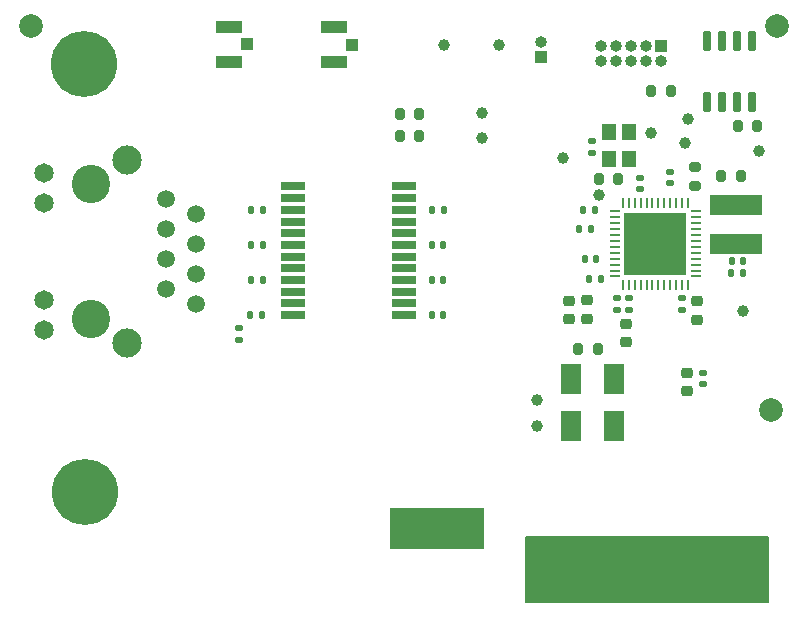
<source format=gbr>
%TF.GenerationSoftware,KiCad,Pcbnew,(6.0.9)*%
%TF.CreationDate,2023-01-29T21:13:32+01:00*%
%TF.ProjectId,pallas-ethernet-adapter,70616c6c-6173-42d6-9574-6865726e6574,rev?*%
%TF.SameCoordinates,Original*%
%TF.FileFunction,Soldermask,Top*%
%TF.FilePolarity,Negative*%
%FSLAX46Y46*%
G04 Gerber Fmt 4.6, Leading zero omitted, Abs format (unit mm)*
G04 Created by KiCad (PCBNEW (6.0.9)) date 2023-01-29 21:13:32*
%MOMM*%
%LPD*%
G01*
G04 APERTURE LIST*
G04 Aperture macros list*
%AMRoundRect*
0 Rectangle with rounded corners*
0 $1 Rounding radius*
0 $2 $3 $4 $5 $6 $7 $8 $9 X,Y pos of 4 corners*
0 Add a 4 corners polygon primitive as box body*
4,1,4,$2,$3,$4,$5,$6,$7,$8,$9,$2,$3,0*
0 Add four circle primitives for the rounded corners*
1,1,$1+$1,$2,$3*
1,1,$1+$1,$4,$5*
1,1,$1+$1,$6,$7*
1,1,$1+$1,$8,$9*
0 Add four rect primitives between the rounded corners*
20,1,$1+$1,$2,$3,$4,$5,0*
20,1,$1+$1,$4,$5,$6,$7,0*
20,1,$1+$1,$6,$7,$8,$9,0*
20,1,$1+$1,$8,$9,$2,$3,0*%
G04 Aperture macros list end*
%ADD10C,0.200000*%
%ADD11C,1.000000*%
%ADD12RoundRect,0.140000X-0.170000X0.140000X-0.170000X-0.140000X0.170000X-0.140000X0.170000X0.140000X0*%
%ADD13C,2.000000*%
%ADD14RoundRect,0.150000X0.150000X-0.725000X0.150000X0.725000X-0.150000X0.725000X-0.150000X-0.725000X0*%
%ADD15R,4.500000X1.750000*%
%ADD16RoundRect,0.140000X0.170000X-0.140000X0.170000X0.140000X-0.170000X0.140000X-0.170000X-0.140000X0*%
%ADD17C,3.250000*%
%ADD18C,1.509000*%
%ADD19C,1.650000*%
%ADD20C,2.475000*%
%ADD21R,1.000000X1.000000*%
%ADD22O,1.000000X1.000000*%
%ADD23RoundRect,0.135000X0.135000X0.185000X-0.135000X0.185000X-0.135000X-0.185000X0.135000X-0.185000X0*%
%ADD24RoundRect,0.200000X0.200000X0.275000X-0.200000X0.275000X-0.200000X-0.275000X0.200000X-0.275000X0*%
%ADD25R,1.800000X2.500000*%
%ADD26RoundRect,0.218750X0.256250X-0.218750X0.256250X0.218750X-0.256250X0.218750X-0.256250X-0.218750X0*%
%ADD27RoundRect,0.140000X-0.140000X-0.170000X0.140000X-0.170000X0.140000X0.170000X-0.140000X0.170000X0*%
%ADD28RoundRect,0.062500X-0.337500X-0.062500X0.337500X-0.062500X0.337500X0.062500X-0.337500X0.062500X0*%
%ADD29RoundRect,0.062500X-0.062500X-0.337500X0.062500X-0.337500X0.062500X0.337500X-0.062500X0.337500X0*%
%ADD30R,5.300000X5.300000*%
%ADD31RoundRect,0.200000X0.275000X-0.200000X0.275000X0.200000X-0.275000X0.200000X-0.275000X-0.200000X0*%
%ADD32C,5.600000*%
%ADD33RoundRect,0.200000X-0.200000X-0.275000X0.200000X-0.275000X0.200000X0.275000X-0.200000X0.275000X0*%
%ADD34R,1.200000X1.350000*%
%ADD35R,2.030000X0.640000*%
%ADD36R,1.050000X1.000000*%
%ADD37R,2.200000X1.050000*%
%ADD38RoundRect,0.225000X-0.250000X0.225000X-0.250000X-0.225000X0.250000X-0.225000X0.250000X0.225000X0*%
%ADD39RoundRect,0.140000X0.140000X0.170000X-0.140000X0.170000X-0.140000X-0.170000X0.140000X-0.170000X0*%
G04 APERTURE END LIST*
%TO.C,J2*%
G36*
X20250000Y50000D02*
G01*
X-250000Y50000D01*
X-250000Y5550000D01*
X20250000Y5550000D01*
X20250000Y50000D01*
G37*
D10*
X20250000Y50000D02*
X-250000Y50000D01*
X-250000Y5550000D01*
X20250000Y5550000D01*
X20250000Y50000D01*
G36*
X-3800000Y4550000D02*
G01*
X-11800000Y4550000D01*
X-11800000Y8050000D01*
X-3800000Y8050000D01*
X-3800000Y4550000D01*
G37*
%TD*%
D11*
%TO.C,TP14*%
X665000Y17184993D03*
%TD*%
%TO.C,FID8*%
X13465000Y40985000D03*
%TD*%
D12*
%TO.C,C22*%
X5275000Y39075000D03*
X5275000Y38115000D03*
%TD*%
D13*
%TO.C,FID1*%
X20965000Y48785000D03*
%TD*%
D14*
%TO.C,U2*%
X15060000Y42410000D03*
X16330000Y42410000D03*
X17600000Y42410000D03*
X18870000Y42410000D03*
X18870000Y47560000D03*
X17600000Y47560000D03*
X16330000Y47560000D03*
X15060000Y47560000D03*
%TD*%
D15*
%TO.C,L5*%
X17475000Y30400000D03*
X17475000Y33650000D03*
%TD*%
D16*
%TO.C,C17*%
X9375000Y34995000D03*
X9375000Y35955000D03*
%TD*%
D17*
%TO.C,J5*%
X-37070000Y35465000D03*
X-37070000Y24035000D03*
D18*
X-30720000Y34195000D03*
X-28180000Y32925000D03*
X-30720000Y31655000D03*
X-28180000Y30385000D03*
X-30720000Y29115000D03*
X-28180000Y27845000D03*
X-30720000Y26575000D03*
X-28180000Y25305000D03*
D19*
X-41130000Y33840000D03*
X-41130000Y36380000D03*
X-41130000Y23120000D03*
X-41130000Y25660000D03*
D20*
X-34020000Y37495000D03*
X-34020000Y22005000D03*
%TD*%
D11*
%TO.C,FID7*%
X5865000Y34485000D03*
%TD*%
D21*
%TO.C,J6*%
X965000Y46235000D03*
D22*
X965000Y47505000D03*
%TD*%
D23*
%TO.C,R24*%
X-22584400Y27305300D03*
X-23604400Y27305300D03*
%TD*%
D11*
%TO.C,TP3*%
X-2535000Y47235000D03*
%TD*%
D24*
%TO.C,R12*%
X-9310000Y39485000D03*
X-10960000Y39485000D03*
%TD*%
D25*
%TO.C,D2*%
X3515000Y18935000D03*
X3515000Y14935000D03*
%TD*%
D12*
%TO.C,C30*%
X7425000Y25755000D03*
X7425000Y24795000D03*
%TD*%
D13*
%TO.C,FID6*%
X-42185000Y48785000D03*
%TD*%
D23*
%TO.C,R25*%
X-22589400Y24335300D03*
X-23609400Y24335300D03*
%TD*%
D26*
%TO.C,L2*%
X3365000Y23997500D03*
X3365000Y25572500D03*
%TD*%
D11*
%TO.C,TP1*%
X18064991Y24685004D03*
%TD*%
D27*
%TO.C,C3*%
X17115000Y27890000D03*
X18075000Y27890000D03*
%TD*%
D26*
%TO.C,L6*%
X8165000Y22037500D03*
X8165000Y23612500D03*
%TD*%
D11*
%TO.C,TP4*%
X-7235000Y47185000D03*
%TD*%
D28*
%TO.C,U1*%
X7225000Y33125000D03*
X7225000Y32625000D03*
X7225000Y32125000D03*
X7225000Y31625000D03*
X7225000Y31125000D03*
X7225000Y30625000D03*
X7225000Y30125000D03*
X7225000Y29625000D03*
X7225000Y29125000D03*
X7225000Y28625000D03*
X7225000Y28125000D03*
X7225000Y27625000D03*
D29*
X7925000Y26925000D03*
X8425000Y26925000D03*
X8925000Y26925000D03*
X9425000Y26925000D03*
X9925000Y26925000D03*
X10425000Y26925000D03*
X10925000Y26925000D03*
X11425000Y26925000D03*
X11925000Y26925000D03*
X12425000Y26925000D03*
X12925000Y26925000D03*
X13425000Y26925000D03*
D28*
X14125000Y27625000D03*
X14125000Y28125000D03*
X14125000Y28625000D03*
X14125000Y29125000D03*
X14125000Y29625000D03*
X14125000Y30125000D03*
X14125000Y30625000D03*
X14125000Y31125000D03*
X14125000Y31625000D03*
X14125000Y32125000D03*
X14125000Y32625000D03*
X14125000Y33125000D03*
D29*
X13425000Y33825000D03*
X12925000Y33825000D03*
X12425000Y33825000D03*
X11925000Y33825000D03*
X11425000Y33825000D03*
X10925000Y33825000D03*
X10425000Y33825000D03*
X9925000Y33825000D03*
X9425000Y33825000D03*
X8925000Y33825000D03*
X8425000Y33825000D03*
X7925000Y33825000D03*
D30*
X10675000Y30375000D03*
%TD*%
D31*
%TO.C,R19*%
X14065000Y35260000D03*
X14065000Y36910000D03*
%TD*%
D12*
%TO.C,C4*%
X12925000Y25755000D03*
X12925000Y24795000D03*
%TD*%
D23*
%TO.C,R22*%
X-22574400Y33245300D03*
X-23594400Y33245300D03*
%TD*%
D32*
%TO.C,H2*%
X-37685000Y45585000D03*
%TD*%
D26*
%TO.C,L1*%
X14225000Y23937500D03*
X14225000Y25512500D03*
%TD*%
D33*
%TO.C,R15*%
X10340000Y43285000D03*
X11990000Y43285000D03*
%TD*%
%TO.C,R6*%
X4140000Y21485000D03*
X5790000Y21485000D03*
%TD*%
D34*
%TO.C,X1*%
X6725000Y39850000D03*
X6725000Y37600000D03*
X8425000Y37600000D03*
X8425000Y39850000D03*
%TD*%
D11*
%TO.C,TP15*%
X10265000Y39785000D03*
%TD*%
D35*
%TO.C,TR1*%
X-10616000Y24346700D03*
X-10616000Y25337300D03*
X-10616000Y26327900D03*
X-10616000Y27318500D03*
X-10616000Y28309100D03*
X-10616000Y29299700D03*
X-10616000Y30290300D03*
X-10616000Y31280900D03*
X-10616000Y32271500D03*
X-10616000Y33262100D03*
X-10616000Y34252700D03*
X-10616000Y35243300D03*
X-20014000Y35243300D03*
X-20014000Y34252700D03*
X-20014000Y33262100D03*
X-20014000Y32271500D03*
X-20014000Y31280900D03*
X-20014000Y30290300D03*
X-20014000Y29299700D03*
X-20014000Y28309100D03*
X-20014000Y27318500D03*
X-20014000Y26327900D03*
X-20014000Y25337300D03*
X-20014000Y24346700D03*
%TD*%
D27*
%TO.C,C27*%
X-8245000Y30295000D03*
X-7285000Y30295000D03*
%TD*%
D36*
%TO.C,J4*%
X-14985000Y47235000D03*
D37*
X-16510000Y48710000D03*
X-16510000Y45760000D03*
%TD*%
D11*
%TO.C,TP10*%
X665000Y14984998D03*
%TD*%
D33*
%TO.C,R3*%
X5865000Y35910000D03*
X7515000Y35910000D03*
%TD*%
D11*
%TO.C,TP2*%
X19464988Y38285002D03*
%TD*%
%TO.C,TP12*%
X13165001Y38934988D03*
%TD*%
D27*
%TO.C,C28*%
X-8224400Y33235300D03*
X-7264400Y33235300D03*
%TD*%
D25*
%TO.C,D1*%
X7165000Y18935000D03*
X7165000Y14935000D03*
%TD*%
D24*
%TO.C,R11*%
X-9310000Y41385000D03*
X-10960000Y41385000D03*
%TD*%
%TO.C,R5*%
X19290000Y40385000D03*
X17640000Y40385000D03*
%TD*%
D21*
%TO.C,J7*%
X11114992Y47110003D03*
D22*
X11114992Y45840003D03*
X9844992Y47110003D03*
X9844992Y45840003D03*
X8574992Y47110003D03*
X8574992Y45840003D03*
X7304992Y47110003D03*
X7304992Y45840003D03*
X6034992Y47110003D03*
X6034992Y45840003D03*
%TD*%
D23*
%TO.C,R23*%
X-22569400Y30275300D03*
X-23589400Y30275300D03*
%TD*%
D38*
%TO.C,C24*%
X13365000Y19460000D03*
X13365000Y17910000D03*
%TD*%
D32*
%TO.C,H1*%
X-37650000Y9350000D03*
%TD*%
D27*
%TO.C,C26*%
X-8245000Y27315000D03*
X-7285000Y27315000D03*
%TD*%
D24*
%TO.C,R26*%
X17890000Y36085000D03*
X16240000Y36085000D03*
%TD*%
D39*
%TO.C,C14*%
X5645000Y29125000D03*
X4685000Y29125000D03*
%TD*%
D13*
%TO.C,FID5*%
X20465000Y16285000D03*
%TD*%
D11*
%TO.C,TP5*%
X-4035000Y41485000D03*
%TD*%
%TO.C,TP13*%
X2865000Y37685000D03*
%TD*%
D12*
%TO.C,C16*%
X8425000Y25755000D03*
X8425000Y24795000D03*
%TD*%
D26*
%TO.C,L4*%
X4865000Y24037500D03*
X4865000Y25612500D03*
%TD*%
D16*
%TO.C,C32*%
X11915000Y35505000D03*
X11915000Y36465000D03*
%TD*%
D39*
%TO.C,C7*%
X6055000Y27375000D03*
X5095000Y27375000D03*
%TD*%
D27*
%TO.C,C25*%
X-8245000Y24345000D03*
X-7285000Y24345000D03*
%TD*%
D39*
%TO.C,C5*%
X5545000Y33285000D03*
X4585000Y33285000D03*
%TD*%
%TO.C,C12*%
X5195000Y31625000D03*
X4235000Y31625000D03*
%TD*%
D36*
%TO.C,J3*%
X-23905000Y47285000D03*
D37*
X-25430000Y45810000D03*
X-25430000Y48760000D03*
%TD*%
D12*
%TO.C,C29*%
X-24615000Y23225000D03*
X-24615000Y22265000D03*
%TD*%
%TO.C,C23*%
X14665000Y19465000D03*
X14665000Y18505000D03*
%TD*%
D27*
%TO.C,C6*%
X17135000Y28900000D03*
X18095000Y28900000D03*
%TD*%
D11*
%TO.C,TP6*%
X-4035000Y39385000D03*
%TD*%
M02*

</source>
